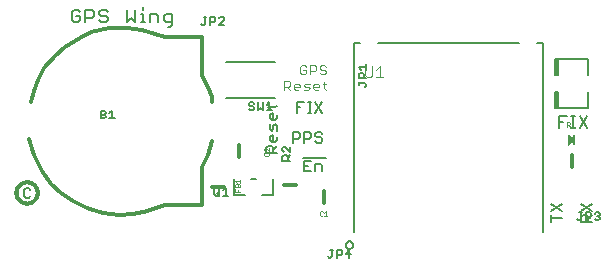
<source format=gbr>
G04 EAGLE Gerber RS-274X export*
G75*
%MOMM*%
%FSLAX34Y34*%
%LPD*%
%INSilkscreen Top*%
%IPPOS*%
%AMOC8*
5,1,8,0,0,1.08239X$1,22.5*%
G01*
%ADD10C,0.152400*%
%ADD11C,0.177800*%
%ADD12C,0.127000*%
%ADD13C,0.101600*%
%ADD14C,0.203200*%
%ADD15C,0.076200*%
%ADD16R,0.190500X0.889000*%
%ADD17C,0.304800*%
%ADD18C,0.025400*%

G36*
X481387Y107434D02*
X481387Y107434D01*
X481405Y107432D01*
X481507Y107460D01*
X481610Y107482D01*
X481625Y107491D01*
X481642Y107496D01*
X481787Y107581D01*
X486867Y111391D01*
X486870Y111394D01*
X486874Y111396D01*
X486955Y111483D01*
X487037Y111568D01*
X487039Y111572D01*
X487042Y111575D01*
X487092Y111684D01*
X487142Y111791D01*
X487142Y111795D01*
X487144Y111799D01*
X487157Y111917D01*
X487170Y112035D01*
X487170Y112039D01*
X487170Y112044D01*
X487144Y112160D01*
X487120Y112276D01*
X487117Y112280D01*
X487116Y112284D01*
X487055Y112386D01*
X486995Y112488D01*
X486991Y112491D01*
X486989Y112494D01*
X486867Y112609D01*
X481787Y116419D01*
X481771Y116427D01*
X481758Y116440D01*
X481743Y116447D01*
X481735Y116453D01*
X481685Y116473D01*
X481662Y116484D01*
X481569Y116533D01*
X481551Y116536D01*
X481535Y116543D01*
X481430Y116555D01*
X481326Y116571D01*
X481308Y116568D01*
X481291Y116570D01*
X481188Y116548D01*
X481083Y116530D01*
X481068Y116522D01*
X481050Y116518D01*
X480960Y116464D01*
X480867Y116414D01*
X480854Y116401D01*
X480839Y116392D01*
X480770Y116312D01*
X480698Y116235D01*
X480691Y116218D01*
X480679Y116205D01*
X480640Y116107D01*
X480596Y116011D01*
X480594Y115993D01*
X480587Y115977D01*
X480569Y115810D01*
X480569Y108190D01*
X480572Y108172D01*
X480570Y108155D01*
X480591Y108051D01*
X480609Y107947D01*
X480617Y107932D01*
X480621Y107914D01*
X480674Y107823D01*
X480724Y107730D01*
X480736Y107718D01*
X480746Y107702D01*
X480825Y107633D01*
X480902Y107561D01*
X480918Y107553D01*
X480932Y107541D01*
X481029Y107501D01*
X481125Y107457D01*
X481143Y107455D01*
X481159Y107448D01*
X481265Y107441D01*
X481369Y107430D01*
X481387Y107434D01*
G37*
D10*
X473202Y122682D02*
X473202Y132596D01*
X479812Y132596D01*
X476507Y127639D02*
X473202Y127639D01*
X483727Y122682D02*
X487031Y122682D01*
X485379Y122682D02*
X485379Y132596D01*
X483727Y132596D02*
X487031Y132596D01*
X490743Y132596D02*
X497353Y122682D01*
X490743Y122682D02*
X497353Y132596D01*
D11*
X67867Y220818D02*
X66045Y222640D01*
X62401Y222640D01*
X60579Y220818D01*
X60579Y213531D01*
X62401Y211709D01*
X66045Y211709D01*
X67867Y213531D01*
X67867Y217175D01*
X64223Y217175D01*
X72273Y222640D02*
X72273Y211709D01*
X72273Y222640D02*
X77739Y222640D01*
X79561Y220818D01*
X79561Y217175D01*
X77739Y215353D01*
X72273Y215353D01*
X89433Y222640D02*
X91254Y220818D01*
X89433Y222640D02*
X85789Y222640D01*
X83967Y220818D01*
X83967Y218997D01*
X85789Y217175D01*
X89433Y217175D01*
X91254Y215353D01*
X91254Y213531D01*
X89433Y211709D01*
X85789Y211709D01*
X83967Y213531D01*
X107355Y211709D02*
X107355Y222640D01*
X110999Y215353D02*
X107355Y211709D01*
X110999Y215353D02*
X114642Y211709D01*
X114642Y222640D01*
X119049Y218997D02*
X120871Y218997D01*
X120871Y211709D01*
X119049Y211709D02*
X122693Y211709D01*
X120871Y222640D02*
X120871Y224462D01*
X126845Y218997D02*
X126845Y211709D01*
X126845Y218997D02*
X132310Y218997D01*
X134132Y217175D01*
X134132Y211709D01*
X142183Y208065D02*
X144004Y208065D01*
X145826Y209887D01*
X145826Y218997D01*
X140361Y218997D01*
X138539Y217175D01*
X138539Y213531D01*
X140361Y211709D01*
X145826Y211709D01*
D12*
X248159Y118753D02*
X248159Y109855D01*
X248159Y118753D02*
X252608Y118753D01*
X254091Y117270D01*
X254091Y114304D01*
X252608Y112821D01*
X248159Y112821D01*
X257515Y109855D02*
X257515Y118753D01*
X261963Y118753D01*
X263446Y117270D01*
X263446Y114304D01*
X261963Y112821D01*
X257515Y112821D01*
X271319Y118753D02*
X272802Y117270D01*
X271319Y118753D02*
X268353Y118753D01*
X266870Y117270D01*
X266870Y115787D01*
X268353Y114304D01*
X271319Y114304D01*
X272802Y112821D01*
X272802Y111338D01*
X271319Y109855D01*
X268353Y109855D01*
X266870Y111338D01*
X251278Y135255D02*
X251278Y144153D01*
X257210Y144153D01*
X254244Y139704D02*
X251278Y139704D01*
X260633Y135255D02*
X263599Y135255D01*
X262116Y135255D02*
X262116Y144153D01*
X260633Y144153D02*
X263599Y144153D01*
X266870Y144153D02*
X272802Y135255D01*
X266870Y135255D02*
X272802Y144153D01*
D13*
X259435Y174398D02*
X258121Y175711D01*
X255494Y175711D01*
X254181Y174398D01*
X254181Y169144D01*
X255494Y167831D01*
X258121Y167831D01*
X259435Y169144D01*
X259435Y171771D01*
X256808Y171771D01*
X262367Y167831D02*
X262367Y175711D01*
X266307Y175711D01*
X267621Y174398D01*
X267621Y171771D01*
X266307Y170457D01*
X262367Y170457D01*
X274493Y175711D02*
X275806Y174398D01*
X274493Y175711D02*
X271866Y175711D01*
X270553Y174398D01*
X270553Y173084D01*
X271866Y171771D01*
X274493Y171771D01*
X275806Y170457D01*
X275806Y169144D01*
X274493Y167831D01*
X271866Y167831D01*
X270553Y169144D01*
X240538Y162376D02*
X240538Y154496D01*
X240538Y162376D02*
X244478Y162376D01*
X245792Y161063D01*
X245792Y158436D01*
X244478Y157122D01*
X240538Y157122D01*
X243165Y157122D02*
X245792Y154496D01*
X250037Y154496D02*
X252664Y154496D01*
X250037Y154496D02*
X248724Y155809D01*
X248724Y158436D01*
X250037Y159749D01*
X252664Y159749D01*
X253978Y158436D01*
X253978Y157122D01*
X248724Y157122D01*
X256910Y154496D02*
X260850Y154496D01*
X262163Y155809D01*
X260850Y157122D01*
X258223Y157122D01*
X256910Y158436D01*
X258223Y159749D01*
X262163Y159749D01*
X266409Y154496D02*
X269036Y154496D01*
X266409Y154496D02*
X265095Y155809D01*
X265095Y158436D01*
X266409Y159749D01*
X269036Y159749D01*
X270349Y158436D01*
X270349Y157122D01*
X265095Y157122D01*
X274595Y155809D02*
X274595Y161063D01*
X274595Y155809D02*
X275908Y154496D01*
X275908Y159749D02*
X273281Y159749D01*
D12*
X234315Y100965D02*
X225417Y100965D01*
X225417Y105414D01*
X226900Y106897D01*
X229866Y106897D01*
X231349Y105414D01*
X231349Y100965D01*
X231349Y103931D02*
X234315Y106897D01*
X234315Y111803D02*
X234315Y114769D01*
X234315Y111803D02*
X232832Y110320D01*
X229866Y110320D01*
X228383Y111803D01*
X228383Y114769D01*
X229866Y116252D01*
X231349Y116252D01*
X231349Y110320D01*
X234315Y119675D02*
X234315Y124124D01*
X232832Y125607D01*
X231349Y124124D01*
X231349Y121158D01*
X229866Y119675D01*
X228383Y121158D01*
X228383Y125607D01*
X234315Y130513D02*
X234315Y133479D01*
X234315Y130513D02*
X232832Y129031D01*
X229866Y129031D01*
X228383Y130513D01*
X228383Y133479D01*
X229866Y134962D01*
X231349Y134962D01*
X231349Y129031D01*
X232832Y139869D02*
X226900Y139869D01*
X232832Y139869D02*
X234315Y141352D01*
X228383Y141352D02*
X228383Y138386D01*
X256880Y97155D02*
X275590Y97155D01*
X263446Y94623D02*
X257515Y94623D01*
X257515Y85725D01*
X263446Y85725D01*
X260480Y90174D02*
X257515Y90174D01*
X266870Y91657D02*
X266870Y85725D01*
X266870Y91657D02*
X271319Y91657D01*
X272802Y90174D01*
X272802Y85725D01*
X492117Y42885D02*
X501015Y42885D01*
X492117Y42885D02*
X492117Y47333D01*
X493600Y48816D01*
X496566Y48816D01*
X498049Y47333D01*
X498049Y42885D01*
X498049Y45850D02*
X501015Y48816D01*
X501015Y58172D02*
X492117Y52240D01*
X492117Y58172D02*
X501015Y52240D01*
X475615Y45850D02*
X466717Y45850D01*
X466717Y42885D02*
X466717Y48816D01*
X466717Y52240D02*
X475615Y58172D01*
X475615Y52240D02*
X466717Y58172D01*
D14*
X299730Y34300D02*
X299730Y194300D01*
X459730Y194300D02*
X459730Y34300D01*
X439730Y194300D02*
X319730Y194300D01*
X454730Y194300D02*
X459730Y194300D01*
X304730Y194300D02*
X299730Y194300D01*
X292568Y23300D02*
X292570Y23412D01*
X292576Y23524D01*
X292586Y23636D01*
X292600Y23747D01*
X292618Y23858D01*
X292639Y23968D01*
X292665Y24078D01*
X292695Y24186D01*
X292728Y24293D01*
X292765Y24399D01*
X292806Y24504D01*
X292851Y24607D01*
X292899Y24708D01*
X292951Y24808D01*
X293006Y24905D01*
X293064Y25001D01*
X293126Y25094D01*
X293192Y25186D01*
X293260Y25275D01*
X293332Y25361D01*
X293407Y25445D01*
X293484Y25526D01*
X293565Y25604D01*
X293648Y25680D01*
X293734Y25752D01*
X293822Y25821D01*
X293913Y25887D01*
X294005Y25950D01*
X294101Y26010D01*
X294198Y26066D01*
X294297Y26119D01*
X294398Y26168D01*
X294501Y26213D01*
X294605Y26255D01*
X294710Y26293D01*
X294817Y26327D01*
X294925Y26358D01*
X295034Y26384D01*
X295144Y26407D01*
X295255Y26426D01*
X295366Y26441D01*
X295478Y26452D01*
X295590Y26459D01*
X295702Y26462D01*
X295814Y26461D01*
X295926Y26456D01*
X296038Y26447D01*
X296150Y26434D01*
X296261Y26417D01*
X296371Y26396D01*
X296480Y26372D01*
X296589Y26343D01*
X296696Y26311D01*
X296803Y26274D01*
X296908Y26235D01*
X297011Y26191D01*
X297113Y26144D01*
X297213Y26093D01*
X297311Y26038D01*
X297407Y25981D01*
X297501Y25919D01*
X297593Y25855D01*
X297683Y25787D01*
X297770Y25716D01*
X297854Y25642D01*
X297936Y25565D01*
X298015Y25486D01*
X298091Y25403D01*
X298164Y25318D01*
X298234Y25230D01*
X298301Y25140D01*
X298365Y25048D01*
X298425Y24953D01*
X298482Y24857D01*
X298536Y24758D01*
X298586Y24657D01*
X298632Y24555D01*
X298675Y24451D01*
X298714Y24346D01*
X298749Y24240D01*
X298781Y24132D01*
X298808Y24023D01*
X298832Y23913D01*
X298852Y23803D01*
X298868Y23692D01*
X298880Y23580D01*
X298888Y23468D01*
X298892Y23356D01*
X298892Y23244D01*
X298888Y23132D01*
X298880Y23020D01*
X298868Y22908D01*
X298852Y22797D01*
X298832Y22687D01*
X298808Y22577D01*
X298781Y22468D01*
X298749Y22360D01*
X298714Y22254D01*
X298675Y22149D01*
X298632Y22045D01*
X298586Y21943D01*
X298536Y21842D01*
X298482Y21743D01*
X298425Y21647D01*
X298365Y21552D01*
X298301Y21460D01*
X298234Y21370D01*
X298164Y21282D01*
X298091Y21197D01*
X298015Y21114D01*
X297936Y21035D01*
X297854Y20958D01*
X297770Y20884D01*
X297683Y20813D01*
X297593Y20745D01*
X297501Y20681D01*
X297407Y20619D01*
X297311Y20562D01*
X297213Y20507D01*
X297113Y20456D01*
X297011Y20409D01*
X296908Y20365D01*
X296803Y20326D01*
X296696Y20289D01*
X296589Y20257D01*
X296480Y20228D01*
X296371Y20204D01*
X296261Y20183D01*
X296150Y20166D01*
X296038Y20153D01*
X295926Y20144D01*
X295814Y20139D01*
X295702Y20138D01*
X295590Y20141D01*
X295478Y20148D01*
X295366Y20159D01*
X295255Y20174D01*
X295144Y20193D01*
X295034Y20216D01*
X294925Y20242D01*
X294817Y20273D01*
X294710Y20307D01*
X294605Y20345D01*
X294501Y20387D01*
X294398Y20432D01*
X294297Y20481D01*
X294198Y20534D01*
X294101Y20590D01*
X294005Y20650D01*
X293913Y20713D01*
X293822Y20779D01*
X293734Y20848D01*
X293648Y20920D01*
X293565Y20996D01*
X293484Y21074D01*
X293407Y21155D01*
X293332Y21239D01*
X293260Y21325D01*
X293192Y21414D01*
X293126Y21506D01*
X293064Y21599D01*
X293006Y21695D01*
X292951Y21792D01*
X292899Y21892D01*
X292851Y21993D01*
X292806Y22096D01*
X292765Y22201D01*
X292728Y22307D01*
X292695Y22414D01*
X292665Y22522D01*
X292639Y22632D01*
X292618Y22742D01*
X292600Y22853D01*
X292586Y22964D01*
X292576Y23076D01*
X292570Y23188D01*
X292568Y23300D01*
D15*
X309001Y166959D02*
X309001Y174797D01*
X309001Y166959D02*
X310569Y165391D01*
X313704Y165391D01*
X315272Y166959D01*
X315272Y174797D01*
X318356Y171662D02*
X321492Y174797D01*
X321492Y165391D01*
X324627Y165391D02*
X318356Y165391D01*
D16*
X486228Y112000D03*
D17*
X483870Y99300D02*
X483870Y89140D01*
D18*
X480187Y123557D02*
X480187Y127370D01*
X482094Y127370D01*
X482729Y126735D01*
X482729Y125464D01*
X482094Y124828D01*
X480187Y124828D01*
X481458Y124828D02*
X482729Y123557D01*
X483929Y126099D02*
X485200Y127370D01*
X485200Y123557D01*
X483929Y123557D02*
X486471Y123557D01*
D17*
X274320Y68580D02*
X274320Y58420D01*
D18*
X272679Y51946D02*
X273315Y51311D01*
X272679Y51946D02*
X271408Y51946D01*
X270773Y51311D01*
X270773Y48769D01*
X271408Y48133D01*
X272679Y48133D01*
X273315Y48769D01*
X274515Y50675D02*
X275786Y51946D01*
X275786Y48133D01*
X274515Y48133D02*
X277057Y48133D01*
D17*
X201930Y97790D02*
X201930Y107950D01*
D18*
X223630Y100854D02*
X224265Y101489D01*
X223630Y100854D02*
X223630Y99583D01*
X224265Y98947D01*
X226807Y98947D01*
X227443Y99583D01*
X227443Y100854D01*
X226807Y101489D01*
X227443Y102689D02*
X227443Y105231D01*
X227443Y102689D02*
X224901Y105231D01*
X224265Y105231D01*
X223630Y104596D01*
X223630Y103325D01*
X224265Y102689D01*
D17*
X189230Y72150D02*
X179070Y72150D01*
D18*
X199260Y68467D02*
X203073Y68467D01*
X199260Y68467D02*
X199260Y71009D01*
X201166Y69738D02*
X201166Y68467D01*
X203073Y72209D02*
X199260Y72209D01*
X199260Y74116D01*
X199895Y74751D01*
X200531Y74751D01*
X201166Y74116D01*
X201802Y74751D01*
X202437Y74751D01*
X203073Y74116D01*
X203073Y72209D01*
X201166Y72209D02*
X201166Y74116D01*
X200531Y75951D02*
X199260Y77222D01*
X203073Y77222D01*
X203073Y75951D02*
X203073Y78493D01*
D17*
X26330Y144270D02*
X28330Y153270D01*
X32330Y163270D01*
X37330Y173270D01*
X46330Y183270D01*
X55330Y191270D01*
X67330Y198270D01*
X77330Y203270D01*
X92330Y207270D01*
X107330Y207270D01*
X120330Y205270D01*
X24330Y113270D02*
X28330Y99270D01*
X35330Y86270D01*
X43330Y75270D01*
X51330Y67270D01*
X61330Y60270D01*
X73330Y54270D01*
X87330Y50270D01*
X100330Y48270D01*
X112330Y49270D01*
X125330Y52270D01*
X139830Y199270D02*
X171330Y199270D01*
X171330Y57270D02*
X139830Y57270D01*
X171330Y166270D02*
X171330Y199270D01*
X171330Y166270D02*
X176330Y157270D01*
X179330Y148270D01*
X179330Y144270D01*
X171330Y89270D02*
X171330Y57270D01*
X171330Y89270D02*
X176330Y99270D01*
X179330Y111270D01*
X139330Y57270D02*
X124330Y52270D01*
X139330Y199270D02*
X120330Y205270D01*
D10*
X85072Y137042D02*
X85072Y130432D01*
X85072Y137042D02*
X88377Y137042D01*
X89478Y135940D01*
X89478Y134838D01*
X88377Y133737D01*
X89478Y132635D01*
X89478Y131534D01*
X88377Y130432D01*
X85072Y130432D01*
X85072Y133737D02*
X88377Y133737D01*
X92556Y134838D02*
X94759Y137042D01*
X94759Y130432D01*
X92556Y130432D02*
X96963Y130432D01*
D14*
X472140Y139020D02*
X472140Y153020D01*
X472140Y139020D02*
X498140Y139020D01*
X498140Y181020D02*
X472140Y181020D01*
X472140Y167020D01*
X498140Y153020D02*
X498140Y139020D01*
X498140Y167020D02*
X498140Y181020D01*
X471140Y153020D02*
X471140Y140020D01*
X471140Y167020D02*
X471140Y180020D01*
X470140Y153020D02*
X470140Y139020D01*
X470140Y167020D02*
X470140Y181020D01*
X470140Y139020D02*
X472140Y139020D01*
X472140Y153020D02*
X470140Y153020D01*
X470140Y167020D02*
X472140Y167020D01*
X472140Y181020D02*
X470140Y181020D01*
X233090Y147306D02*
X191090Y147306D01*
X191090Y177814D02*
X233090Y177814D01*
D10*
X214024Y144024D02*
X215126Y142922D01*
X214024Y144024D02*
X211821Y144024D01*
X210720Y142922D01*
X210720Y141820D01*
X211821Y140719D01*
X214024Y140719D01*
X215126Y139617D01*
X215126Y138516D01*
X214024Y137414D01*
X211821Y137414D01*
X210720Y138516D01*
X218204Y137414D02*
X218204Y144024D01*
X220407Y139617D02*
X218204Y137414D01*
X220407Y139617D02*
X222610Y137414D01*
X222610Y144024D01*
X225688Y141820D02*
X227891Y144024D01*
X227891Y137414D01*
X225688Y137414D02*
X230094Y137414D01*
X277522Y13548D02*
X278623Y12446D01*
X279725Y12446D01*
X280826Y13548D01*
X280826Y19056D01*
X279725Y19056D02*
X281928Y19056D01*
X285006Y19056D02*
X285006Y12446D01*
X285006Y19056D02*
X288311Y19056D01*
X289412Y17954D01*
X289412Y15751D01*
X288311Y14649D01*
X285006Y14649D01*
X295795Y12446D02*
X295795Y19056D01*
X292490Y15751D01*
X296896Y15751D01*
X171282Y209550D02*
X170180Y210652D01*
X171282Y209550D02*
X172383Y209550D01*
X173485Y210652D01*
X173485Y216160D01*
X174586Y216160D02*
X172383Y216160D01*
X177664Y216160D02*
X177664Y209550D01*
X177664Y216160D02*
X180969Y216160D01*
X182071Y215058D01*
X182071Y212855D01*
X180969Y211753D01*
X177664Y211753D01*
X185148Y209550D02*
X189555Y209550D01*
X189555Y213956D02*
X185148Y209550D01*
X189555Y213956D02*
X189555Y215058D01*
X188453Y216160D01*
X186250Y216160D01*
X185148Y215058D01*
D14*
X231354Y78914D02*
X231354Y65786D01*
X221766Y65786D01*
X197906Y65786D02*
X197906Y78914D01*
X197906Y65786D02*
X207494Y65786D01*
X212406Y78994D02*
X216994Y78994D01*
D10*
X181374Y70532D02*
X181374Y66126D01*
X181374Y70532D02*
X182475Y71634D01*
X184679Y71634D01*
X185780Y70532D01*
X185780Y66126D01*
X184679Y65024D01*
X182475Y65024D01*
X181374Y66126D01*
X183577Y67227D02*
X185780Y65024D01*
X188858Y69430D02*
X191061Y71634D01*
X191061Y65024D01*
X188858Y65024D02*
X193264Y65024D01*
X309032Y156872D02*
X310134Y157973D01*
X310134Y159075D01*
X309032Y160176D01*
X303524Y160176D01*
X303524Y159075D02*
X303524Y161278D01*
X303524Y164356D02*
X310134Y164356D01*
X303524Y164356D02*
X303524Y167661D01*
X304626Y168762D01*
X306829Y168762D01*
X307931Y167661D01*
X307931Y164356D01*
X305728Y171840D02*
X303524Y174043D01*
X310134Y174043D01*
X310134Y171840D02*
X310134Y176246D01*
D17*
X250190Y73660D02*
X240030Y73660D01*
D10*
X239008Y94742D02*
X245618Y94742D01*
X239008Y94742D02*
X239008Y98047D01*
X240110Y99148D01*
X242313Y99148D01*
X243415Y98047D01*
X243415Y94742D01*
X243415Y96945D02*
X245618Y99148D01*
X245618Y102226D02*
X245618Y106633D01*
X241212Y106633D02*
X245618Y102226D01*
X241212Y106633D02*
X240110Y106633D01*
X239008Y105531D01*
X239008Y103328D01*
X240110Y102226D01*
X488342Y45298D02*
X489443Y44196D01*
X490545Y44196D01*
X491646Y45298D01*
X491646Y50806D01*
X490545Y50806D02*
X492748Y50806D01*
X495826Y50806D02*
X495826Y44196D01*
X495826Y50806D02*
X499131Y50806D01*
X500232Y49704D01*
X500232Y47501D01*
X499131Y46399D01*
X495826Y46399D01*
X503310Y49704D02*
X504411Y50806D01*
X506615Y50806D01*
X507716Y49704D01*
X507716Y48602D01*
X506615Y47501D01*
X505513Y47501D01*
X506615Y47501D02*
X507716Y46399D01*
X507716Y45298D01*
X506615Y44196D01*
X504411Y44196D01*
X503310Y45298D01*
D17*
X13880Y67310D02*
X13883Y67530D01*
X13891Y67751D01*
X13904Y67971D01*
X13923Y68190D01*
X13948Y68409D01*
X13977Y68628D01*
X14012Y68845D01*
X14053Y69062D01*
X14098Y69278D01*
X14149Y69492D01*
X14205Y69705D01*
X14267Y69917D01*
X14333Y70127D01*
X14405Y70335D01*
X14482Y70542D01*
X14564Y70746D01*
X14650Y70949D01*
X14742Y71149D01*
X14839Y71348D01*
X14940Y71543D01*
X15047Y71736D01*
X15158Y71927D01*
X15273Y72114D01*
X15393Y72299D01*
X15518Y72481D01*
X15647Y72659D01*
X15781Y72835D01*
X15918Y73007D01*
X16060Y73175D01*
X16206Y73341D01*
X16356Y73502D01*
X16510Y73660D01*
X16668Y73814D01*
X16829Y73964D01*
X16995Y74110D01*
X17163Y74252D01*
X17335Y74389D01*
X17511Y74523D01*
X17689Y74652D01*
X17871Y74777D01*
X18056Y74897D01*
X18243Y75012D01*
X18434Y75123D01*
X18627Y75230D01*
X18822Y75331D01*
X19021Y75428D01*
X19221Y75520D01*
X19424Y75606D01*
X19628Y75688D01*
X19835Y75765D01*
X20043Y75837D01*
X20253Y75903D01*
X20465Y75965D01*
X20678Y76021D01*
X20892Y76072D01*
X21108Y76117D01*
X21325Y76158D01*
X21542Y76193D01*
X21761Y76222D01*
X21980Y76247D01*
X22199Y76266D01*
X22419Y76279D01*
X22640Y76287D01*
X22860Y76290D01*
X23080Y76287D01*
X23301Y76279D01*
X23521Y76266D01*
X23740Y76247D01*
X23959Y76222D01*
X24178Y76193D01*
X24395Y76158D01*
X24612Y76117D01*
X24828Y76072D01*
X25042Y76021D01*
X25255Y75965D01*
X25467Y75903D01*
X25677Y75837D01*
X25885Y75765D01*
X26092Y75688D01*
X26296Y75606D01*
X26499Y75520D01*
X26699Y75428D01*
X26898Y75331D01*
X27093Y75230D01*
X27286Y75123D01*
X27477Y75012D01*
X27664Y74897D01*
X27849Y74777D01*
X28031Y74652D01*
X28209Y74523D01*
X28385Y74389D01*
X28557Y74252D01*
X28725Y74110D01*
X28891Y73964D01*
X29052Y73814D01*
X29210Y73660D01*
X29364Y73502D01*
X29514Y73341D01*
X29660Y73175D01*
X29802Y73007D01*
X29939Y72835D01*
X30073Y72659D01*
X30202Y72481D01*
X30327Y72299D01*
X30447Y72114D01*
X30562Y71927D01*
X30673Y71736D01*
X30780Y71543D01*
X30881Y71348D01*
X30978Y71149D01*
X31070Y70949D01*
X31156Y70746D01*
X31238Y70542D01*
X31315Y70335D01*
X31387Y70127D01*
X31453Y69917D01*
X31515Y69705D01*
X31571Y69492D01*
X31622Y69278D01*
X31667Y69062D01*
X31708Y68845D01*
X31743Y68628D01*
X31772Y68409D01*
X31797Y68190D01*
X31816Y67971D01*
X31829Y67751D01*
X31837Y67530D01*
X31840Y67310D01*
X31837Y67090D01*
X31829Y66869D01*
X31816Y66649D01*
X31797Y66430D01*
X31772Y66211D01*
X31743Y65992D01*
X31708Y65775D01*
X31667Y65558D01*
X31622Y65342D01*
X31571Y65128D01*
X31515Y64915D01*
X31453Y64703D01*
X31387Y64493D01*
X31315Y64285D01*
X31238Y64078D01*
X31156Y63874D01*
X31070Y63671D01*
X30978Y63471D01*
X30881Y63272D01*
X30780Y63077D01*
X30673Y62884D01*
X30562Y62693D01*
X30447Y62506D01*
X30327Y62321D01*
X30202Y62139D01*
X30073Y61961D01*
X29939Y61785D01*
X29802Y61613D01*
X29660Y61445D01*
X29514Y61279D01*
X29364Y61118D01*
X29210Y60960D01*
X29052Y60806D01*
X28891Y60656D01*
X28725Y60510D01*
X28557Y60368D01*
X28385Y60231D01*
X28209Y60097D01*
X28031Y59968D01*
X27849Y59843D01*
X27664Y59723D01*
X27477Y59608D01*
X27286Y59497D01*
X27093Y59390D01*
X26898Y59289D01*
X26699Y59192D01*
X26499Y59100D01*
X26296Y59014D01*
X26092Y58932D01*
X25885Y58855D01*
X25677Y58783D01*
X25467Y58717D01*
X25255Y58655D01*
X25042Y58599D01*
X24828Y58548D01*
X24612Y58503D01*
X24395Y58462D01*
X24178Y58427D01*
X23959Y58398D01*
X23740Y58373D01*
X23521Y58354D01*
X23301Y58341D01*
X23080Y58333D01*
X22860Y58330D01*
X22640Y58333D01*
X22419Y58341D01*
X22199Y58354D01*
X21980Y58373D01*
X21761Y58398D01*
X21542Y58427D01*
X21325Y58462D01*
X21108Y58503D01*
X20892Y58548D01*
X20678Y58599D01*
X20465Y58655D01*
X20253Y58717D01*
X20043Y58783D01*
X19835Y58855D01*
X19628Y58932D01*
X19424Y59014D01*
X19221Y59100D01*
X19021Y59192D01*
X18822Y59289D01*
X18627Y59390D01*
X18434Y59497D01*
X18243Y59608D01*
X18056Y59723D01*
X17871Y59843D01*
X17689Y59968D01*
X17511Y60097D01*
X17335Y60231D01*
X17163Y60368D01*
X16995Y60510D01*
X16829Y60656D01*
X16668Y60806D01*
X16510Y60960D01*
X16356Y61118D01*
X16206Y61279D01*
X16060Y61445D01*
X15918Y61613D01*
X15781Y61785D01*
X15647Y61961D01*
X15518Y62139D01*
X15393Y62321D01*
X15273Y62506D01*
X15158Y62693D01*
X15047Y62884D01*
X14940Y63077D01*
X14839Y63272D01*
X14742Y63471D01*
X14650Y63671D01*
X14564Y63874D01*
X14482Y64078D01*
X14405Y64285D01*
X14333Y64493D01*
X14267Y64703D01*
X14205Y64915D01*
X14149Y65128D01*
X14098Y65342D01*
X14053Y65558D01*
X14012Y65775D01*
X13977Y65992D01*
X13948Y66211D01*
X13923Y66430D01*
X13904Y66649D01*
X13891Y66869D01*
X13883Y67090D01*
X13880Y67310D01*
D14*
X24387Y71381D02*
X25743Y70025D01*
X24387Y71381D02*
X21676Y71381D01*
X20320Y70025D01*
X20320Y64602D01*
X21676Y63246D01*
X24387Y63246D01*
X25743Y64602D01*
M02*

</source>
